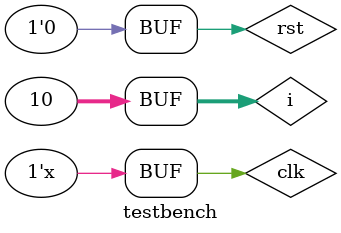
<source format=v>

module testbench ;

 reg in,clk,rst,r ; 
 wire [3:0]  out ;
 
 always #40 clk = ~clk ;
 
 integer i;
 
 bidir_shift_reg DUT (in,clk,rst,r,out);
 
 initial begin
  
   clk = 0;
   rst = 1;
   #50 rst = 0;
   
   for(i = 0 ; i < 10 ; i = i +1) begin
     in = $random ;
     r = $random ;
     
     #100;
   end
  end
 
endmodule

</source>
